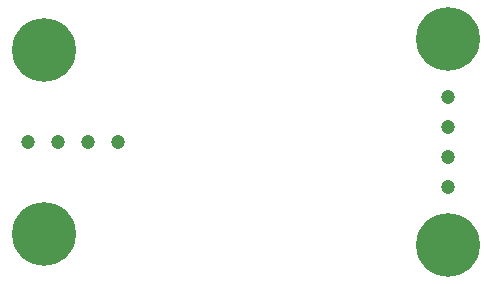
<source format=gbs>
G04 #@! TF.GenerationSoftware,KiCad,Pcbnew,(5.1.9-16-g1737927814)-1*
G04 #@! TF.CreationDate,2021-04-01T12:20:31-04:00*
G04 #@! TF.ProjectId,pressure_mpxv5004dp,70726573-7375-4726-955f-6d7078763530,1*
G04 #@! TF.SameCoordinates,Original*
G04 #@! TF.FileFunction,Soldermask,Bot*
G04 #@! TF.FilePolarity,Negative*
%FSLAX45Y45*%
G04 Gerber Fmt 4.5, Leading zero omitted, Abs format (unit mm)*
G04 Created by KiCad (PCBNEW (5.1.9-16-g1737927814)-1) date 2021-04-01 12:20:31*
%MOMM*%
%LPD*%
G01*
G04 APERTURE LIST*
%ADD10C,1.200000*%
%ADD11C,5.400000*%
%ADD12C,0.800000*%
G04 APERTURE END LIST*
D10*
X727000Y-1250000D03*
X473000Y-1250000D03*
X219000Y-1250000D03*
X981000Y-1250000D03*
X3775000Y-1377000D03*
X3775000Y-1123000D03*
X3775000Y-869000D03*
X3775000Y-1631000D03*
D11*
X3775000Y-2125000D03*
D12*
X3977500Y-2125000D03*
X3918189Y-2268189D03*
X3775000Y-2327500D03*
X3631811Y-2268189D03*
X3572500Y-2125000D03*
X3631811Y-1981811D03*
X3775000Y-1922500D03*
X3918189Y-1981811D03*
D11*
X3775000Y-375000D03*
D12*
X3977500Y-375000D03*
X3918189Y-518189D03*
X3775000Y-577500D03*
X3631811Y-518189D03*
X3572500Y-375000D03*
X3631811Y-231811D03*
X3775000Y-172500D03*
X3918189Y-231811D03*
D11*
X350000Y-2025000D03*
D12*
X552500Y-2025000D03*
X493189Y-2168189D03*
X350000Y-2227500D03*
X206811Y-2168189D03*
X147500Y-2025000D03*
X206811Y-1881811D03*
X350000Y-1822500D03*
X493189Y-1881811D03*
D11*
X350000Y-475000D03*
D12*
X552500Y-475000D03*
X493189Y-618189D03*
X350000Y-677500D03*
X206811Y-618189D03*
X147500Y-475000D03*
X206811Y-331811D03*
X350000Y-272500D03*
X493189Y-331811D03*
M02*

</source>
